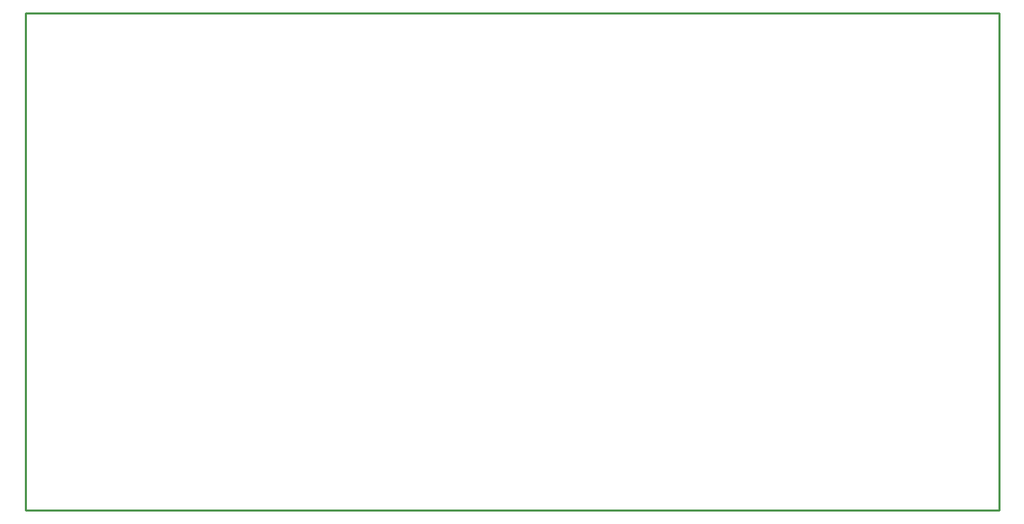
<source format=gko>
G04 Layer: BoardOutlineLayer*
G04 EasyEDA v6.5.44, 2024-08-15 17:23:09*
G04 7abea32b098748a4bef1607296f4ba81,080bb0d1436b4706b040d70de8f1a738,10*
G04 Gerber Generator version 0.2*
G04 Scale: 100 percent, Rotated: No, Reflected: No *
G04 Dimensions in millimeters *
G04 leading zeros omitted , absolute positions ,4 integer and 5 decimal *
%FSLAX45Y45*%
%MOMM*%

%ADD10C,0.2540*%
D10*
X762000Y13208000D02*
G01*
X12700000Y13208000D01*
X12700000Y7112000D01*
X762000Y7112000D01*
X762000Y13208000D01*

%LPD*%
M02*

</source>
